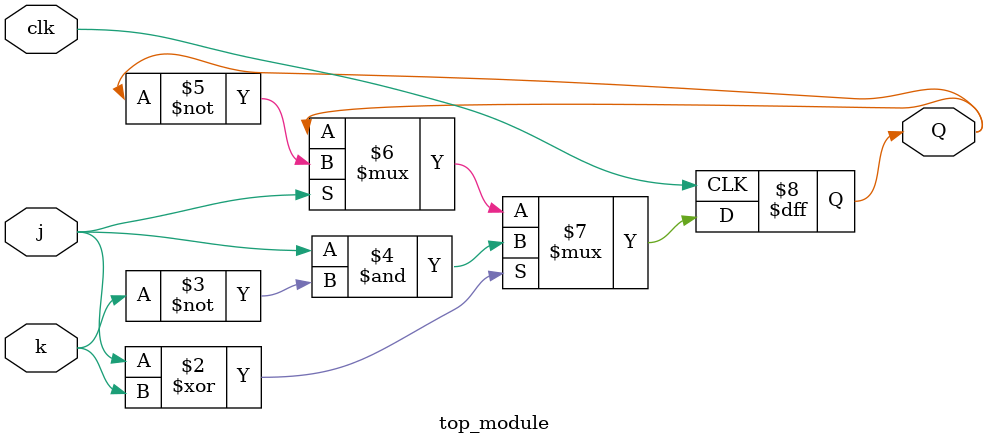
<source format=v>
module top_module (
    input clk,
    input j,
    input k,
    output reg Q
);

  always @(posedge clk) begin
    Q <= (j ^ k) ? (j & ~k) : (j ? ~Q : Q);
  end

endmodule

</source>
